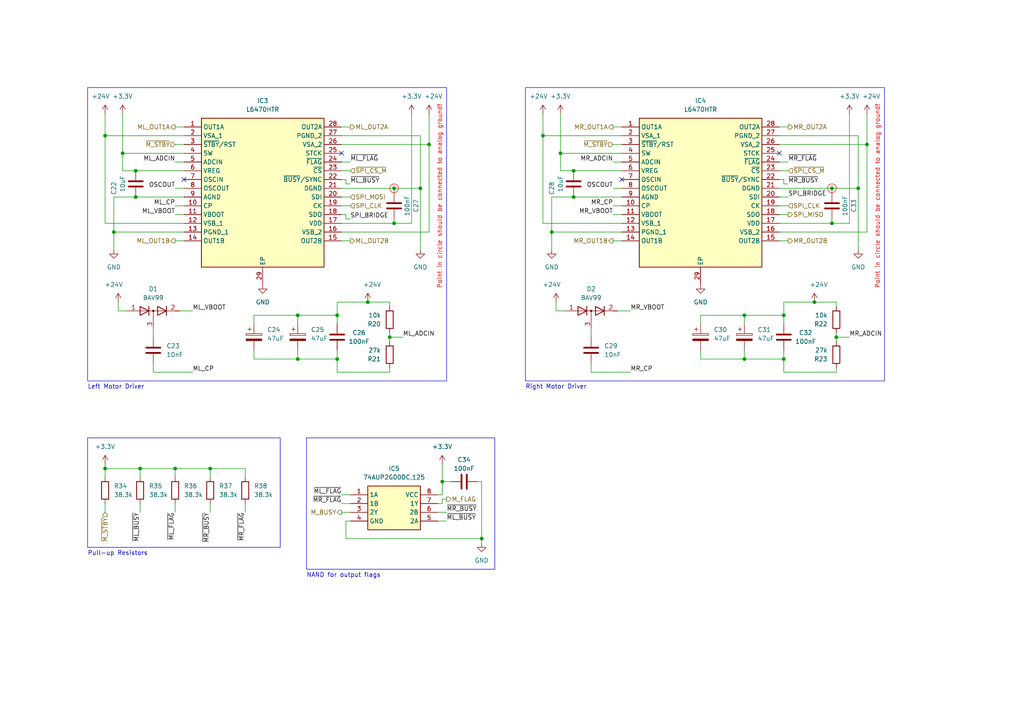
<source format=kicad_sch>
(kicad_sch (version 20230121) (generator eeschema)
  (paper "A4")
  (title_block (title "Stepper Motor Controllers") (date "2023-12-07") (rev "0.1"))
  (lib_symbols
    (symbol "Device:C" (pin_numbers hide) (pin_names (offset 0.254))
      (property "Reference" "C" (at 0.635 2.54 0))
      (property "Value" "C" (at 0.635 -2.54 0))
      (symbol "C_0_1"
        (polyline (pts (xy -2.032 -0.762) (xy 2.032 -0.762)) (stroke (width 0.508)))
        (polyline (pts (xy -2.032 0.762) (xy 2.032 0.762)) (stroke (width 0.508)))
      )
      (symbol "C_1_1"
        (pin passive line (at 0 3.81 270) (length 2.794) (name "~") (number "1"))
        (pin passive line (at 0 -3.81 90) (length 2.794) (name "~") (number "2"))
      )
    )
    (symbol "Device:C_Polarized" (pin_numbers hide) (pin_names (offset 0.254))
      (property "Reference" "C" (at 0.635 2.54 0))
      (property "Value" "C_Polarized" (at 0.635 -2.54 0))
      (symbol "C_Polarized_0_1"
        (rectangle (start -2.286 0.508) (end 2.286 1.016))
        (polyline (pts (xy -1.778 2.286) (xy -0.762 2.286)))
        (polyline (pts (xy -1.27 2.794) (xy -1.27 1.778)))
        (rectangle (start 2.286 -0.508) (end -2.286 -1.016) (fill (type outline)))
      )
      (symbol "C_Polarized_1_1"
        (pin passive line (at 0 3.81 270) (length 2.794) (name "~") (number "1"))
        (pin passive line (at 0 -3.81 90) (length 2.794) (name "~") (number "2"))
      )
    )
    (symbol "Device:D_Dual_Series_AKC" (pin_names (offset 0.762) hide)
      (property "Reference" "D" (at 1.27 -2.54 0))
      (property "Value" "D_Dual_Series_AKC" (at 0 2.54 0))
      (symbol "D_Dual_Series_AKC_0_1"
        (polyline (pts (xy -3.81 0) (xy 3.81 0)))
        (polyline (pts (xy 0 0) (xy 0 -2.54)))
        (polyline (pts (xy 6.35 0) (xy 7.62 0)))
        (polyline (pts (xy -1.27 -1.27) (xy -1.27 1.27) (xy -1.27 1.27)) (stroke (width 0.254)))
        (polyline (pts (xy 3.81 1.27) (xy 3.81 -1.27) (xy 3.81 -1.27)) (stroke (width 0.254)))
        (polyline (pts (xy -3.81 1.27) (xy -1.27 0) (xy -3.81 -1.27) (xy -3.81 1.27) (xy -3.81 1.27) (xy -3.81 1.27)) (stroke (width 0.254)))
        (polyline (pts (xy 1.27 1.27) (xy 3.81 0) (xy 1.27 -1.27) (xy 1.27 1.27) (xy 1.27 1.27) (xy 1.27 1.27)) (stroke (width 0.254)))
        (circle (center 0 0) (radius 0.254) (fill (type outline)))
        (pin passive line (at -7.62 0 0) (length 3.81) (name "A") (number "1"))
        (pin passive line (at 7.62 0 180) (length 3.81) (name "K") (number "2"))
        (pin passive line (at 0 -5.08 90) (length 2.54) (name "common") (number "3"))
      )
    )
    (symbol "Device:R" (pin_numbers hide) (pin_names (offset 0))
      (property "Reference" "R" (at 2.032 0 90))
      (property "Value" "R" (at 0 0 90))
      (symbol "R_0_1"
        (rectangle (start -1.016 -2.54) (end 1.016 2.54) (stroke (width 0.254)))
      )
      (symbol "R_1_1"
        (pin passive line (at 0 3.81 270) (length 1.27) (name "~") (number "1"))
        (pin passive line (at 0 -3.81 90) (length 1.27) (name "~") (number "2"))
      )
    )
    (symbol "parts:74AUP2G00DC,125"
      (property "Reference" "IC" (at 21.59 7.62 0))
      (property "Value" "74AUP2G00DC,125" (at 21.59 5.08 0))
      (symbol "74AUP2G00DC,125_1_1"
        (rectangle (start 5.08 2.54) (end 20.32 -10.16) (stroke (width 0.254)) (fill (type background)))
        (pin passive line (at 0 0 0) (length 5.08) (name "1A") (number "1"))
        (pin passive line (at 0 -2.54 0) (length 5.08) (name "1B") (number "2"))
        (pin passive line (at 0 -5.08 0) (length 5.08) (name "2Y") (number "3"))
        (pin passive line (at 0 -7.62 0) (length 5.08) (name "GND") (number "4"))
        (pin passive line (at 25.4 -7.62 180) (length 5.08) (name "2A") (number "5"))
        (pin passive line (at 25.4 -5.08 180) (length 5.08) (name "2B") (number "6"))
        (pin passive line (at 25.4 -2.54 180) (length 5.08) (name "1Y") (number "7"))
        (pin passive line (at 25.4 0 180) (length 5.08) (name "VCC") (number "8"))
      )
    )
    (symbol "parts:L6470HTR"
      (property "Reference" "IC" (at 41.91 7.62 0))
      (property "Value" "L6470HTR" (at 41.91 5.08 0))
      (symbol "L6470HTR_1_1"
        (rectangle (start 5.08 2.54) (end 40.64 -40.64) (stroke (width 0.254)) (fill (type background)))
        (pin passive line (at 0 0 0) (length 5.08) (name "OUT1A") (number "1"))
        (pin passive line (at 0 -22.86 0) (length 5.08) (name "CP") (number "10"))
        (pin passive line (at 0 -25.4 0) (length 5.08) (name "VBOOT") (number "11"))
        (pin passive line (at 0 -27.94 0) (length 5.08) (name "VSB_1") (number "12"))
        (pin passive line (at 0 -30.48 0) (length 5.08) (name "PGND_1") (number "13"))
        (pin passive line (at 0 -33.02 0) (length 5.08) (name "OUT1B") (number "14"))
        (pin passive line (at 45.72 -33.02 180) (length 5.08) (name "OUT2B") (number "15"))
        (pin passive line (at 45.72 -30.48 180) (length 5.08) (name "VSB_2") (number "16"))
        (pin passive line (at 45.72 -27.94 180) (length 5.08) (name "VDD") (number "17"))
        (pin passive line (at 45.72 -25.4 180) (length 5.08) (name "SDO") (number "18"))
        (pin passive line (at 45.72 -22.86 180) (length 5.08) (name "CK") (number "19"))
        (pin passive line (at 0 -2.54 0) (length 5.08) (name "VSA_1") (number "2"))
        (pin passive line (at 45.72 -20.32 180) (length 5.08) (name "SDI") (number "20"))
        (pin passive line (at 45.72 -17.78 180) (length 5.08) (name "DGND") (number "21"))
        (pin passive line (at 45.72 -15.24 180) (length 5.08) (name "~{BUSY}/SYNC") (number "22"))
        (pin passive line (at 45.72 -12.7 180) (length 5.08) (name "~{CS}") (number "23"))
        (pin passive line (at 45.72 -10.16 180) (length 5.08) (name "~{FLAG}") (number "24"))
        (pin passive line (at 45.72 -7.62 180) (length 5.08) (name "STCK") (number "25"))
        (pin passive line (at 45.72 -5.08 180) (length 5.08) (name "VSA_2") (number "26"))
        (pin passive line (at 45.72 -2.54 180) (length 5.08) (name "PGND_2") (number "27"))
        (pin passive line (at 45.72 0 180) (length 5.08) (name "OUT2A") (number "28"))
        (pin passive line (at 22.86 -45.72 90) (length 5.08) (name "EP") (number "29"))
        (pin passive line (at 0 -5.08 0) (length 5.08) (name "~{STBY}/RST") (number "3"))
        (pin passive line (at 0 -7.62 0) (length 5.08) (name "SW") (number "4"))
        (pin passive line (at 0 -10.16 0) (length 5.08) (name "ADCIN") (number "5"))
        (pin passive line (at 0 -12.7 0) (length 5.08) (name "VREG") (number "6"))
        (pin passive line (at 0 -15.24 0) (length 5.08) (name "OSCIN") (number "7"))
        (pin passive line (at 0 -17.78 0) (length 5.08) (name "OSCOUT") (number "8"))
        (pin passive line (at 0 -20.32 0) (length 5.08) (name "AGND") (number "9"))
      )
    )
    (symbol "power:+24V" (power) (pin_names (offset 0))
      (property "Value" "+24V" (at 0 3.556 0))
      (symbol "+24V_0_1"
        (polyline (pts (xy -0.762 1.27) (xy 0 2.54)))
        (polyline (pts (xy 0 0) (xy 0 2.54)))
        (polyline (pts (xy 0 2.54) (xy 0.762 1.27)))
      )
      (symbol "+24V_1_1"
        (pin power_in line (at 0 0 90) (length 0) hide (name "+24V") (number "1"))
      )
    )
    (symbol "power:+3.3V" (power) (pin_names (offset 0))
      (property "Value" "+3.3V" (at 0 3.556 0))
      (symbol "+3.3V_0_1"
        (polyline (pts (xy -0.762 1.27) (xy 0 2.54)))
        (polyline (pts (xy 0 0) (xy 0 2.54)))
        (polyline (pts (xy 0 2.54) (xy 0.762 1.27)))
      )
      (symbol "+3.3V_1_1"
        (pin power_in line (at 0 0 90) (length 0) hide (name "+3.3V") (number "1"))
      )
    )
    (symbol "power:GND" (power) (pin_names (offset 0))
      (property "Value" "GND" (at 0 -3.81 0))
      (symbol "GND_0_1"
        (polyline (pts (xy 0 0) (xy 0 -1.27) (xy 1.27 -1.27) (xy 0 -2.54) (xy -1.27 -1.27) (xy 0 -1.27)))
      )
      (symbol "GND_1_1"
        (pin power_in line (at 0 0 270) (length 0) hide (name "GND") (number "1"))
      )
    )
  )
  (junction (at 251.46 41.91))
  (junction (at 97.79 104.14))
  (junction (at 227.33 104.14))
  (junction (at 60.96 135.89))
  (junction (at 241.3 64.77))
  (junction (at 215.9 91.44))
  (junction (at 50.8 135.89))
  (junction (at 86.36 104.14))
  (junction (at 215.9 104.14))
  (junction (at 39.37 49.53))
  (junction (at 106.68 87.63))
  (junction (at 33.02 67.31))
  (junction (at 114.3 64.77))
  (junction (at 227.33 91.44))
  (junction (at 236.22 87.63))
  (junction (at 97.79 91.44))
  (junction (at 39.37 57.15))
  (junction (at 241.3 54.61))
  (junction (at 124.46 41.91))
  (junction (at 30.48 39.37))
  (junction (at 35.56 44.45))
  (junction (at 160.02 67.31))
  (junction (at 113.03 97.79))
  (junction (at 30.48 135.89))
  (junction (at 157.48 39.37))
  (junction (at 139.7 156.21))
  (junction (at 162.56 44.45))
  (junction (at 40.64 135.89))
  (junction (at 166.37 49.53))
  (junction (at 114.3 54.61))
  (junction (at 121.92 54.61))
  (junction (at 242.57 97.79))
  (junction (at 86.36 91.44))
  (junction (at 166.37 57.15))
  (junction (at 248.92 54.61))
  (junction (at 128.27 139.7))
  (no_connect (at 180.34 52.07))
  (no_connect (at 226.06 44.45))
  (no_connect (at 99.06 44.45))
  (no_connect (at 53.34 52.07))
  (wire (pts (xy 179.07 90.17) (xy 182.88 90.17)))
  (wire (pts (xy 226.06 67.31) (xy 251.46 67.31)))
  (wire (pts (xy 97.79 107.95) (xy 113.03 107.95)))
  (wire (pts (xy 100.33 63.5) (xy 101.6 63.5)))
  (wire (pts (xy 50.8 138.43) (xy 50.8 135.89)))
  (wire (pts (xy 160.02 57.15) (xy 166.37 57.15)))
  (wire (pts (xy 180.34 49.53) (xy 166.37 49.53)))
  (wire (pts (xy 127 151.13) (xy 129.54 151.13)))
  (wire (pts (xy 86.36 101.6) (xy 86.36 104.14)))
  (wire (pts (xy 50.8 36.83) (xy 53.34 36.83)))
  (wire (pts (xy 248.92 39.37) (xy 248.92 54.61)))
  (wire (pts (xy 100.33 62.23) (xy 100.33 63.5)))
  (wire (pts (xy 97.79 104.14) (xy 86.36 104.14)))
  (wire (pts (xy 34.29 90.17) (xy 34.29 87.63)))
  (wire (pts (xy 139.7 139.7) (xy 139.7 156.21)))
  (wire (pts (xy 215.9 104.14) (xy 203.2 104.14)))
  (wire (pts (xy 44.45 95.25) (xy 44.45 97.79)))
  (wire (pts (xy 99.06 41.91) (xy 124.46 41.91)))
  (wire (pts (xy 124.46 41.91) (xy 124.46 33.02)))
  (wire (pts (xy 226.06 49.53) (xy 228.6 49.53)))
  (wire (pts (xy 53.34 57.15) (xy 39.37 57.15)))
  (wire (pts (xy 100.33 156.21) (xy 139.7 156.21)))
  (wire (pts (xy 226.06 57.15) (xy 228.6 57.15)))
  (wire (pts (xy 33.02 67.31) (xy 33.02 72.39)))
  (wire (pts (xy 99.06 52.07) (xy 100.33 52.07)))
  (wire (pts (xy 177.8 54.61) (xy 180.34 54.61)))
  (wire (pts (xy 30.48 39.37) (xy 30.48 33.02)))
  (wire (pts (xy 50.8 135.89) (xy 40.64 135.89)))
  (wire (pts (xy 227.33 104.14) (xy 215.9 104.14)))
  (wire (pts (xy 101.6 151.13) (xy 100.33 151.13)))
  (wire (pts (xy 99.06 146.05) (xy 101.6 146.05)))
  (wire (pts (xy 162.56 33.02) (xy 162.56 44.45)))
  (wire (pts (xy 226.06 54.61) (xy 241.3 54.61)))
  (wire (pts (xy 99.06 62.23) (xy 100.33 62.23)))
  (wire (pts (xy 97.79 91.44) (xy 86.36 91.44)))
  (wire (pts (xy 113.03 99.06) (xy 113.03 97.79)))
  (wire (pts (xy 177.8 46.99) (xy 180.34 46.99)))
  (wire (pts (xy 246.38 97.79) (xy 242.57 97.79)))
  (wire (pts (xy 100.33 151.13) (xy 100.33 156.21)))
  (wire (pts (xy 157.48 39.37) (xy 157.48 64.77)))
  (wire (pts (xy 99.06 64.77) (xy 114.3 64.77)))
  (wire (pts (xy 242.57 87.63) (xy 242.57 88.9)))
  (wire (pts (xy 121.92 39.37) (xy 121.92 54.61)))
  (wire (pts (xy 215.9 91.44) (xy 215.9 93.98)))
  (wire (pts (xy 50.8 146.05) (xy 50.8 148.59)))
  (wire (pts (xy 35.56 44.45) (xy 53.34 44.45)))
  (wire (pts (xy 60.96 146.05) (xy 60.96 148.59)))
  (wire (pts (xy 99.06 67.31) (xy 124.46 67.31)))
  (wire (pts (xy 35.56 49.53) (xy 39.37 49.53)))
  (wire (pts (xy 114.3 54.61) (xy 114.3 55.88)))
  (wire (pts (xy 127 146.05) (xy 128.27 146.05)))
  (wire (pts (xy 99.06 39.37) (xy 121.92 39.37)))
  (wire (pts (xy 162.56 49.53) (xy 162.56 44.45)))
  (wire (pts (xy 60.96 135.89) (xy 50.8 135.89)))
  (wire (pts (xy 113.03 87.63) (xy 113.03 88.9)))
  (wire (pts (xy 53.34 49.53) (xy 39.37 49.53)))
  (wire (pts (xy 130.81 139.7) (xy 128.27 139.7)))
  (wire (pts (xy 30.48 135.89) (xy 30.48 138.43)))
  (wire (pts (xy 114.3 54.61) (xy 121.92 54.61)))
  (wire (pts (xy 251.46 67.31) (xy 251.46 41.91)))
  (wire (pts (xy 227.33 91.44) (xy 227.33 87.63)))
  (wire (pts (xy 99.06 143.51) (xy 101.6 143.51)))
  (wire (pts (xy 242.57 107.95) (xy 242.57 106.68)))
  (wire (pts (xy 71.12 135.89) (xy 60.96 135.89)))
  (wire (pts (xy 50.8 41.91) (xy 53.34 41.91)))
  (wire (pts (xy 128.27 146.05) (xy 128.27 144.78)))
  (wire (pts (xy 53.34 67.31) (xy 33.02 67.31)))
  (wire (pts (xy 226.06 41.91) (xy 251.46 41.91)))
  (wire (pts (xy 177.8 59.69) (xy 180.34 59.69)))
  (wire (pts (xy 180.34 57.15) (xy 166.37 57.15)))
  (wire (pts (xy 50.8 54.61) (xy 53.34 54.61)))
  (wire (pts (xy 241.3 54.61) (xy 248.92 54.61)))
  (wire (pts (xy 113.03 97.79) (xy 113.03 96.52)))
  (wire (pts (xy 128.27 139.7) (xy 128.27 143.51)))
  (wire (pts (xy 177.8 36.83) (xy 180.34 36.83)))
  (wire (pts (xy 227.33 104.14) (xy 227.33 107.95)))
  (wire (pts (xy 226.06 64.77) (xy 241.3 64.77)))
  (wire (pts (xy 86.36 91.44) (xy 86.36 93.98)))
  (wire (pts (xy 180.34 39.37) (xy 157.48 39.37)))
  (wire (pts (xy 160.02 67.31) (xy 160.02 72.39)))
  (wire (pts (xy 180.34 67.31) (xy 160.02 67.31)))
  (wire (pts (xy 73.66 91.44) (xy 73.66 93.98)))
  (wire (pts (xy 73.66 104.14) (xy 73.66 101.6)))
  (wire (pts (xy 40.64 138.43) (xy 40.64 135.89)))
  (wire (pts (xy 99.06 49.53) (xy 101.6 49.53)))
  (wire (pts (xy 241.3 54.61) (xy 241.3 55.88)))
  (wire (pts (xy 241.3 64.77) (xy 246.38 64.77)))
  (wire (pts (xy 227.33 107.95) (xy 242.57 107.95)))
  (wire (pts (xy 127 148.59) (xy 129.54 148.59)))
  (wire (pts (xy 226.06 69.85) (xy 228.6 69.85)))
  (wire (pts (xy 180.34 64.77) (xy 157.48 64.77)))
  (wire (pts (xy 236.22 87.63) (xy 227.33 87.63)))
  (wire (pts (xy 53.34 39.37) (xy 30.48 39.37)))
  (wire (pts (xy 113.03 107.95) (xy 113.03 106.68)))
  (wire (pts (xy 241.3 63.5) (xy 241.3 64.77)))
  (wire (pts (xy 251.46 41.91) (xy 251.46 33.02)))
  (wire (pts (xy 36.83 90.17) (xy 34.29 90.17)))
  (wire (pts (xy 139.7 139.7) (xy 138.43 139.7)))
  (wire (pts (xy 35.56 49.53) (xy 35.56 44.45)))
  (wire (pts (xy 177.8 41.91) (xy 180.34 41.91)))
  (wire (pts (xy 33.02 57.15) (xy 33.02 67.31)))
  (wire (pts (xy 86.36 91.44) (xy 73.66 91.44)))
  (wire (pts (xy 44.45 107.95) (xy 44.45 105.41)))
  (wire (pts (xy 86.36 104.14) (xy 73.66 104.14)))
  (wire (pts (xy 226.06 39.37) (xy 248.92 39.37)))
  (wire (pts (xy 248.92 54.61) (xy 248.92 72.39)))
  (wire (pts (xy 157.48 39.37) (xy 157.48 33.02)))
  (wire (pts (xy 227.33 53.34) (xy 228.6 53.34)))
  (wire (pts (xy 52.07 90.17) (xy 55.88 90.17)))
  (wire (pts (xy 99.06 57.15) (xy 101.6 57.15)))
  (wire (pts (xy 160.02 57.15) (xy 160.02 67.31)))
  (wire (pts (xy 30.48 39.37) (xy 30.48 64.77)))
  (wire (pts (xy 215.9 101.6) (xy 215.9 104.14)))
  (wire (pts (xy 97.79 93.98) (xy 97.79 91.44)))
  (wire (pts (xy 163.83 90.17) (xy 161.29 90.17)))
  (wire (pts (xy 99.06 36.83) (xy 101.6 36.83)))
  (wire (pts (xy 53.34 64.77) (xy 30.48 64.77)))
  (wire (pts (xy 50.8 46.99) (xy 53.34 46.99)))
  (wire (pts (xy 106.68 87.63) (xy 97.79 87.63)))
  (wire (pts (xy 30.48 146.05) (xy 30.48 148.59)))
  (wire (pts (xy 114.3 64.77) (xy 119.38 64.77)))
  (wire (pts (xy 30.48 134.62) (xy 30.48 135.89)))
  (wire (pts (xy 226.06 59.69) (xy 228.6 59.69)))
  (wire (pts (xy 226.06 52.07) (xy 227.33 52.07)))
  (wire (pts (xy 236.22 87.63) (xy 242.57 87.63)))
  (wire (pts (xy 227.33 101.6) (xy 227.33 104.14)))
  (wire (pts (xy 161.29 90.17) (xy 161.29 87.63)))
  (wire (pts (xy 97.79 104.14) (xy 97.79 107.95)))
  (wire (pts (xy 227.33 93.98) (xy 227.33 91.44)))
  (wire (pts (xy 106.68 87.63) (xy 113.03 87.63)))
  (wire (pts (xy 114.3 63.5) (xy 114.3 64.77)))
  (wire (pts (xy 40.64 135.89) (xy 30.48 135.89)))
  (wire (pts (xy 116.84 97.79) (xy 113.03 97.79)))
  (wire (pts (xy 40.64 146.05) (xy 40.64 148.59)))
  (wire (pts (xy 182.88 107.95) (xy 171.45 107.95)))
  (wire (pts (xy 246.38 33.02) (xy 246.38 64.77)))
  (wire (pts (xy 99.06 59.69) (xy 101.6 59.69)))
  (wire (pts (xy 227.33 52.07) (xy 227.33 53.34)))
  (wire (pts (xy 99.06 148.59) (xy 101.6 148.59)))
  (wire (pts (xy 242.57 99.06) (xy 242.57 97.79)))
  (wire (pts (xy 128.27 144.78) (xy 129.54 144.78)))
  (wire (pts (xy 55.88 107.95) (xy 44.45 107.95)))
  (wire (pts (xy 128.27 134.62) (xy 128.27 139.7)))
  (wire (pts (xy 242.57 97.79) (xy 242.57 96.52)))
  (wire (pts (xy 226.06 36.83) (xy 228.6 36.83)))
  (wire (pts (xy 121.92 54.61) (xy 121.92 72.39)))
  (wire (pts (xy 99.06 54.61) (xy 114.3 54.61)))
  (wire (pts (xy 97.79 101.6) (xy 97.79 104.14)))
  (wire (pts (xy 100.33 52.07) (xy 100.33 53.34)))
  (wire (pts (xy 171.45 95.25) (xy 171.45 97.79)))
  (wire (pts (xy 50.8 69.85) (xy 53.34 69.85)))
  (wire (pts (xy 119.38 33.02) (xy 119.38 64.77)))
  (wire (pts (xy 203.2 91.44) (xy 203.2 93.98)))
  (wire (pts (xy 226.06 46.99) (xy 228.6 46.99)))
  (wire (pts (xy 99.06 46.99) (xy 101.6 46.99)))
  (wire (pts (xy 177.8 69.85) (xy 180.34 69.85)))
  (wire (pts (xy 71.12 138.43) (xy 71.12 135.89)))
  (wire (pts (xy 127 143.51) (xy 128.27 143.51)))
  (wire (pts (xy 139.7 157.48) (xy 139.7 156.21)))
  (wire (pts (xy 60.96 138.43) (xy 60.96 135.89)))
  (wire (pts (xy 162.56 44.45) (xy 180.34 44.45)))
  (wire (pts (xy 50.8 62.23) (xy 53.34 62.23)))
  (wire (pts (xy 97.79 91.44) (xy 97.79 87.63)))
  (wire (pts (xy 35.56 33.02) (xy 35.56 44.45)))
  (wire (pts (xy 71.12 146.05) (xy 71.12 148.59)))
  (wire (pts (xy 100.33 53.34) (xy 101.6 53.34)))
  (wire (pts (xy 162.56 49.53) (xy 166.37 49.53)))
  (wire (pts (xy 33.02 57.15) (xy 39.37 57.15)))
  (wire (pts (xy 215.9 91.44) (xy 203.2 91.44)))
  (wire (pts (xy 226.06 62.23) (xy 228.6 62.23)))
  (wire (pts (xy 50.8 59.69) (xy 53.34 59.69)))
  (wire (pts (xy 99.06 69.85) (xy 101.6 69.85)))
  (wire (pts (xy 203.2 104.14) (xy 203.2 101.6)))
  (wire (pts (xy 124.46 67.31) (xy 124.46 41.91)))
  (wire (pts (xy 171.45 107.95) (xy 171.45 105.41)))
  (wire (pts (xy 177.8 62.23) (xy 180.34 62.23)))
  (wire (pts (xy 227.33 91.44) (xy 215.9 91.44)))
  (rectangle (start 152.4 25.4) (end 256.54 110.49))
  (rectangle (start 88.9 127) (end 143.51 165.1))
  (circle (center 114.3 54.61) (radius 1.27) (stroke (width 0) (color 255 0 0 1)))
  (rectangle (start 25.4 127) (end 81.28 158.75))
  (rectangle (start 25.4 25.4) (end 129.54 110.49))
  (circle (center 241.3 54.61) (radius 1.27) (stroke (width 0) (color 255 0 0 1)))
  (text "Point in circle should be connected to analog ground!" (at 255.27 83.82 90) (effects (font (size 1.27 1.27)) (justify left bottom)))
  (text "NAND for output flags" (at 88.9 167.64 0) (effects (font (size 1.27 1.27)) (justify left bottom)))
  (text "Right Motor Driver" (at 152.4 113.03 0) (effects (font (size 1.27 1.27)) (justify left bottom)))
  (text "Left Motor Driver" (at 25.4 113.03 0) (effects (font (size 1.27 1.27)) (justify left bottom)))
  (text "Pull-up Resistors" (at 25.4 161.29 0) (effects (font (size 1.27 1.27)) (justify left bottom)))
  (text "Point in circle should be connected to analog ground!" (at 128.27 83.82 90) (effects (font (size 1.27 1.27)) (justify left bottom)))
  (label "~{ML_FLAG}" (at 101.6 46.99 0))
  (label "MR_ADCIN" (at 177.8 46.99 180))
  (label "ML_CP" (at 55.88 107.95 0))
  (label "ML_ADCIN" (at 50.8 46.99 180))
  (label "~{MR_BUSY}" (at 228.6 53.34 0))
  (label "MR_CP" (at 177.8 59.69 180))
  (label "~{MR_FLAG}" (at 228.6 46.99 0))
  (label "SPI_BRIDGE" (at 101.6 63.5 0))
  (label "~{MR_BUSY}" (at 129.54 148.59 0))
  (label "~{ML_FLAG}" (at 99.06 143.51 180))
  (label "SPI_BRIDGE" (at 228.6 57.15 0))
  (label "OSCOUT" (at 177.8 54.61 180))
  (label "MR_ADCIN" (at 246.38 97.79 0))
  (label "ML_ADCIN" (at 116.84 97.79 0))
  (label "~{ML_BUSY}" (at 40.64 148.59 270))
  (label "OSCOUT" (at 50.8 54.61 180))
  (label "~{MR_FLAG}" (at 71.12 148.59 270))
  (label "~{MR_BUSY}" (at 60.96 148.59 270))
  (label "MR_VBOOT" (at 182.88 90.17 0))
  (label "ML_CP" (at 50.8 59.69 180))
  (label "MR_VBOOT" (at 177.8 62.23 180))
  (label "~{ML_FLAG}" (at 50.8 148.59 270))
  (label "ML_VBOOT" (at 55.88 90.17 0))
  (label "MR_CP" (at 182.88 107.95 0))
  (label "~{ML_BUSY}" (at 129.54 151.13 0))
  (label "~{ML_BUSY}" (at 101.6 53.34 0))
  (label "ML_VBOOT" (at 50.8 62.23 180))
  (label "~{MR_FLAG}" (at 99.06 146.05 180))
  (hierarchical_label "~{SPI_CS_M}" (shape input) (at 228.6 49.53 0))
  (hierarchical_label "ML_OUT2B" (shape output) (at 101.6 69.85 0))
  (hierarchical_label "ML_OUT2A" (shape output) (at 101.6 36.83 0))
  (hierarchical_label "~{SPI_CS_M}" (shape input) (at 101.6 49.53 0))
  (hierarchical_label "ML_OUT1B" (shape output) (at 50.8 69.85 180))
  (hierarchical_label "~{M_STBY}" (shape input) (at 30.48 148.59 270))
  (hierarchical_label "M_BUSY" (shape output) (at 99.06 148.59 180))
  (hierarchical_label "~{M_STBY}" (shape input) (at 177.8 41.91 180))
  (hierarchical_label "SPI_CLK" (shape input) (at 228.6 59.69 0))
  (hierarchical_label "SPI_MISO" (shape output) (at 228.6 62.23 0))
  (hierarchical_label "MR_OUT1A" (shape output) (at 177.8 36.83 180))
  (hierarchical_label "ML_OUT1A" (shape output) (at 50.8 36.83 180))
  (hierarchical_label "SPI_MOSI" (shape input) (at 101.6 57.15 0))
  (hierarchical_label "M_FLAG" (shape output) (at 129.54 144.78 0))
  (hierarchical_label "SPI_CLK" (shape input) (at 101.6 59.69 0))
  (hierarchical_label "MR_OUT2A" (shape output) (at 228.6 36.83 0))
  (hierarchical_label "MR_OUT2B" (shape output) (at 228.6 69.85 0))
  (hierarchical_label "MR_OUT1B" (shape output) (at 177.8 69.85 180))
  (hierarchical_label "~{M_STBY}" (shape input) (at 50.8 41.91 180))
  (symbol (lib_id "power:+24V") (at 157.48 33.02 0) (unit 1)
    (property "Reference" "#PWR0145" (effects hide))
    (property "Value" "+24V" (at 156.21 27.94 0))
  )
  (symbol (lib_id "power:GND") (at 203.2 82.55 0) (unit 1)
    (property "Reference" "#PWR0147" (effects hide))
    (property "Value" "GND" (at 203.2 87.63 0))
  )
  (symbol (lib_id "power:+24V") (at 30.48 33.02 0) (unit 1)
    (property "Reference" "#PWR0138" (effects hide))
    (property "Value" "+24V" (at 29.21 27.94 0))
  )
  (symbol (lib_id "power:+3.3V") (at 162.56 33.02 0) (unit 1)
    (property "Reference" "#PWR0144" (effects hide))
    (property "Value" "+3.3V" (at 162.56 27.94 0))
  )
  (symbol (lib_id "Device:C_Polarized") (at 215.9 97.79 0) (unit 1)
    (property "Reference" "C31" (at 219.71 95.631 0) (effects (justify left)))
    (property "Value" "47uF" (at 219.71 98.171 0) (effects (justify left)))
    (property "Footprint" "parts:CAPAE660X850N" (effects hide))
  )
  (symbol (lib_id "power:+3.3V") (at 119.38 33.02 0) (unit 1)
    (property "Reference" "#PWR0136" (effects hide))
    (property "Value" "+3.3V" (at 119.38 27.94 0))
  )
  (symbol (lib_id "Device:R") (at 71.12 142.24 0) (unit 1)
    (property "Reference" "R38" (at 73.66 140.97 0) (effects (justify left)))
    (property "Value" "38.3k" (at 73.66 143.51 0) (effects (justify left)))
    (property "Footprint" "Resistor_SMD:R_0603_1608Metric" (effects hide))
    (instances (project "rpiboard_minirys" (path "" (reference "R38") (unit 1)) (path "" (reference "R28") (unit 1))))
  )
  (symbol (lib_id "power:+24V") (at 251.46 33.02 0) (unit 1)
    (property "Reference" "#PWR0149" (effects hide))
    (property "Value" "+24V" (at 252.73 27.94 0))
  )
  (symbol (lib_id "Device:R") (at 30.48 142.24 0) (unit 1)
    (property "Reference" "R34" (at 33.02 140.97 0) (effects (justify left)))
    (property "Value" "38.3k" (at 33.02 143.51 0) (effects (justify left)))
    (property "Footprint" "Resistor_SMD:R_0603_1608Metric" (effects hide))
    (instances (project "rpiboard_minirys" (path "" (reference "R34") (unit 1)) (path "" (reference "R24") (unit 1))))
  )
  (symbol (lib_id "power:+3.3V") (at 246.38 33.02 0) (unit 1)
    (property "Reference" "#PWR0148" (effects hide))
    (property "Value" "+3.3V" (at 246.38 27.94 0))
  )
  (symbol (lib_id "parts:L6470HTR") (at 180.34 36.83 0) (unit 1)
    (property "Reference" "IC4" (at 203.2 29.21 0))
    (property "Value" "L6470HTR" (at 203.2 31.75 0))
    (property "Footprint" "parts:SOP65P640X120-29N" (effects hide))
    (property "Datasheet" "http://www.st.com/content/ccc/resource/technical/document/datasheet/a5/86/06/1c/fa/b2/43/db/CD00255075.pdf/files/CD00255075.pdf/_jcr_content/translations/en.CD00255075.pdf" (effects hide))
    (property "Height" "1.2" (effects hide))
    (property "Mouser Part Number" "511-L6470HTR" (effects hide))
    (property "Mouser Price/Stock" "https://www.mouser.co.uk/ProductDetail/STMicroelectronics/L6470HTR?qs=G5few1MRhWoKonY9zV7vsA%3D%3D" (effects hide))
    (property "Manufacturer_Name" "STMicroelectronics" (effects hide))
    (property "Manufacturer_Part_Number" "L6470HTR" (effects hide))
  )
  (symbol (lib_id "Device:C") (at 171.45 101.6 0) (unit 1)
    (property "Reference" "C29" (at 175.26 100.33 0) (effects (justify left)))
    (property "Value" "10nF" (at 175.26 102.87 0) (effects (justify left)))
    (property "Footprint" "Capacitor_SMD:C_0603_1608Metric" (effects hide))
  )
  (symbol (lib_id "power:GND") (at 76.2 82.55 0) (unit 1)
    (property "Reference" "#PWR0133" (effects hide))
    (property "Value" "GND" (at 76.2 87.63 0))
  )
  (symbol (lib_id "parts:L6470HTR") (at 53.34 36.83 0) (unit 1)
    (property "Reference" "IC3" (at 76.2 29.21 0))
    (property "Value" "L6470HTR" (at 76.2 31.75 0))
    (property "Footprint" "parts:SOP65P640X120-29N" (effects hide))
    (property "Datasheet" "http://www.st.com/content/ccc/resource/technical/document/datasheet/a5/86/06/1c/fa/b2/43/db/CD00255075.pdf/files/CD00255075.pdf/_jcr_content/translations/en.CD00255075.pdf" (effects hide))
    (property "Height" "1.2" (effects hide))
    (property "Mouser Part Number" "511-L6470HTR" (effects hide))
    (property "Mouser Price/Stock" "https://www.mouser.co.uk/ProductDetail/STMicroelectronics/L6470HTR?qs=G5few1MRhWoKonY9zV7vsA%3D%3D" (effects hide))
    (property "Manufacturer_Name" "STMicroelectronics" (effects hide))
    (property "Manufacturer_Part_Number" "L6470HTR" (effects hide))
  )
  (symbol (lib_id "power:+24V") (at 106.68 87.63 0) (unit 1)
    (property "Reference" "#PWR0134" (effects hide))
    (property "Value" "+24V" (at 107.95 82.55 0))
  )
  (symbol (lib_id "power:+3.3V") (at 35.56 33.02 0) (unit 1)
    (property "Reference" "#PWR0140" (effects hide))
    (property "Value" "+3.3V" (at 35.56 27.94 0))
  )
  (symbol (lib_id "Device:C_Polarized") (at 73.66 97.79 0) (unit 1)
    (property "Reference" "C24" (at 77.47 95.631 0) (effects (justify left)))
    (property "Value" "47uF" (at 77.47 98.171 0) (effects (justify left)))
    (property "Footprint" "parts:CAPAE660X850N" (effects hide))
  )
  (symbol (lib_id "parts:74AUP2G00DC,125") (at 101.6 143.51 0) (unit 1)
    (property "Reference" "IC5" (at 114.3 135.89 0))
    (property "Value" "74AUP2G00DC,125" (at 114.3 138.43 0))
    (property "Footprint" "parts:SOP50P310X100-8N" (effects hide))
    (property "Datasheet" "https://assets.nexperia.com/documents/data-sheet/74AUP2G00.pdf" (effects hide))
    (property "Height" "1" (effects hide))
    (property "Mouser Part Number" "771-AUP2G00DC125" (effects hide))
    (property "Mouser Price/Stock" "https://www.mouser.co.uk/ProductDetail/Nexperia/74AUP2G00DC125?qs=P62ublwmbi%252BgoPmo8DrXMg%3D%3D" (effects hide))
    (property "Manufacturer_Name" "Nexperia" (effects hide))
    (property "Manufacturer_Part_Number" "74AUP2G00DC,125" (effects hide))
  )
  (symbol (lib_id "Device:C") (at 97.79 97.79 180) (unit 1)
    (property "Reference" "C26" (at 104.14 96.52 0))
    (property "Value" "100nF" (at 104.14 99.06 0))
    (property "Footprint" "Capacitor_SMD:C_0603_1608Metric" (effects hide))
  )
  (symbol (lib_id "power:+24V") (at 34.29 87.63 0) (unit 1)
    (property "Reference" "#PWR0141" (effects hide))
    (property "Value" "+24V" (at 33.02 82.55 0))
  )
  (symbol (lib_id "Device:R") (at 242.57 102.87 180) (unit 1)
    (property "Reference" "R23" (at 240.03 104.14 0) (effects (justify left)))
    (property "Value" "27k" (at 240.03 101.6 0) (effects (justify left)))
    (property "Footprint" "Resistor_SMD:R_0603_1608Metric" (effects hide))
  )
  (symbol (lib_id "power:GND") (at 33.02 72.39 0) (unit 1)
    (property "Reference" "#PWR0139" (effects hide))
    (property "Value" "GND" (at 33.02 77.47 0))
  )
  (symbol (lib_id "Device:R") (at 40.64 142.24 0) (unit 1)
    (property "Reference" "R35" (at 43.18 140.97 0) (effects (justify left)))
    (property "Value" "38.3k" (at 43.18 143.51 0) (effects (justify left)))
    (property "Footprint" "Resistor_SMD:R_0603_1608Metric" (effects hide))
    (instances (project "rpiboard_minirys" (path "" (reference "R35") (unit 1)) (path "" (reference "R25") (unit 1))))
  )
  (symbol (lib_id "Device:C") (at 114.3 59.69 0) (unit 1)
    (property "Reference" "C27" (at 120.65 59.69 90))
    (property "Value" "100nF" (at 118.11 59.69 90))
    (property "Footprint" "Capacitor_SMD:C_0603_1608Metric" (effects hide))
  )
  (symbol (lib_id "Device:C") (at 241.3 59.69 0) (unit 1)
    (property "Reference" "C33" (at 247.65 59.69 90))
    (property "Value" "100nF" (at 245.11 59.69 90))
    (property "Footprint" "Capacitor_SMD:C_0603_1608Metric" (effects hide))
  )
  (symbol (lib_id "power:+24V") (at 236.22 87.63 0) (unit 1)
    (property "Reference" "#PWR0142" (effects hide))
    (property "Value" "+24V" (at 237.49 82.55 0))
  )
  (symbol (lib_id "power:+3.3V") (at 128.27 134.62 0) (unit 1)
    (property "Reference" "#PWR0131" (effects hide))
    (property "Value" "+3.3V" (at 128.27 129.54 0))
  )
  (symbol (lib_id "Device:R") (at 242.57 92.71 180) (unit 1)
    (property "Reference" "R22" (at 240.03 93.98 0) (effects (justify left)))
    (property "Value" "10k" (at 240.03 91.44 0) (effects (justify left)))
    (property "Footprint" "Resistor_SMD:R_0603_1608Metric" (effects hide))
  )
  (symbol (lib_id "power:GND") (at 121.92 72.39 0) (unit 1)
    (property "Reference" "#PWR0137" (effects hide))
    (property "Value" "GND" (at 121.92 77.47 0))
  )
  (symbol (lib_id "power:+3.3V") (at 30.48 134.62 0) (unit 1)
    (property "Reference" "#PWR0132" (effects hide))
    (property "Value" "+3.3V" (at 30.48 129.54 0))
  )
  (symbol (lib_id "Device:D_Dual_Series_AKC") (at 171.45 90.17 0) (unit 1)
    (property "Reference" "D2" (at 171.45 83.82 0))
    (property "Value" "BAV99" (at 171.45 86.36 0))
    (property "Footprint" "parts:ZXMP6A13FTA" (effects hide))
    (property "Datasheet" "https://www.mouser.pl/datasheet/2/115/DIOD_S_A0004887674_1-2542564.pdf" (effects hide))
  )
  (symbol (lib_id "Device:C_Polarized") (at 203.2 97.79 0) (unit 1)
    (property "Reference" "C30" (at 207.01 95.631 0) (effects (justify left)))
    (property "Value" "47uF" (at 207.01 98.171 0) (effects (justify left)))
    (property "Footprint" "parts:CAPAE660X850N" (effects hide))
  )
  (symbol (lib_id "Device:C") (at 227.33 97.79 180) (unit 1)
    (property "Reference" "C32" (at 233.68 96.52 0))
    (property "Value" "100nF" (at 233.68 99.06 0))
    (property "Footprint" "Capacitor_SMD:C_0603_1608Metric" (effects hide))
  )
  (symbol (lib_id "Device:C") (at 44.45 101.6 0) (unit 1)
    (property "Reference" "C23" (at 48.26 100.33 0) (effects (justify left)))
    (property "Value" "10nF" (at 48.26 102.87 0) (effects (justify left)))
    (property "Footprint" "Capacitor_SMD:C_0603_1608Metric" (effects hide))
  )
  (symbol (lib_id "power:GND") (at 160.02 72.39 0) (unit 1)
    (property "Reference" "#PWR0146" (effects hide))
    (property "Value" "GND" (at 160.02 77.47 0))
  )
  (symbol (lib_id "Device:D_Dual_Series_AKC") (at 44.45 90.17 0) (unit 1)
    (property "Reference" "D1" (at 44.45 83.82 0))
    (property "Value" "BAV99" (at 44.45 86.36 0))
    (property "Footprint" "parts:ZXMP6A13FTA" (effects hide))
    (property "Datasheet" "https://www.mouser.pl/datasheet/2/115/DIOD_S_A0004887674_1-2542564.pdf" (effects hide))
  )
  (symbol (lib_id "Device:C") (at 39.37 53.34 0) (unit 1)
    (property "Reference" "C22" (at 33.02 54.61 90))
    (property "Value" "10uF" (at 35.56 53.34 90))
    (property "Footprint" "Capacitor_SMD:C_0805_2012Metric" (effects hide))
  )
  (symbol (lib_id "Device:R") (at 50.8 142.24 0) (unit 1)
    (property "Reference" "R36" (at 53.34 140.97 0) (effects (justify left)))
    (property "Value" "38.3k" (at 53.34 143.51 0) (effects (justify left)))
    (property "Footprint" "Resistor_SMD:R_0603_1608Metric" (effects hide))
    (instances (project "rpiboard_minirys" (path "" (reference "R36") (unit 1)) (path "" (reference "R26") (unit 1))))
  )
  (symbol (lib_id "Device:C") (at 166.37 53.34 0) (unit 1)
    (property "Reference" "C28" (at 160.02 54.61 90))
    (property "Value" "10uF" (at 162.56 53.34 90))
    (property "Footprint" "Capacitor_SMD:C_0805_2012Metric" (effects hide))
  )
  (symbol (lib_id "Device:C_Polarized") (at 86.36 97.79 0) (unit 1)
    (property "Reference" "C25" (at 90.17 95.631 0) (effects (justify left)))
    (property "Value" "47uF" (at 90.17 98.171 0) (effects (justify left)))
    (property "Footprint" "parts:CAPAE660X850N" (effects hide))
  )
  (symbol (lib_id "power:GND") (at 139.7 157.48 0) (unit 1)
    (property "Reference" "#PWR0130" (effects hide))
    (property "Value" "GND" (at 139.7 162.56 0))
  )
  (symbol (lib_id "Device:R") (at 113.03 102.87 180) (unit 1)
    (property "Reference" "R21" (at 110.49 104.14 0) (effects (justify left)))
    (property "Value" "27k" (at 110.49 101.6 0) (effects (justify left)))
    (property "Footprint" "Resistor_SMD:R_0603_1608Metric" (effects hide))
  )
  (symbol (lib_id "power:+24V") (at 124.46 33.02 0) (unit 1)
    (property "Reference" "#PWR0135" (effects hide))
    (property "Value" "+24V" (at 125.73 27.94 0))
  )
  (symbol (lib_id "power:+24V") (at 161.29 87.63 0) (unit 1)
    (property "Reference" "#PWR0143" (effects hide))
    (property "Value" "+24V" (at 160.02 82.55 0))
  )
  (symbol (lib_id "Device:R") (at 113.03 92.71 180) (unit 1)
    (property "Reference" "R20" (at 110.49 93.98 0) (effects (justify left)))
    (property "Value" "10k" (at 110.49 91.44 0) (effects (justify left)))
    (property "Footprint" "Resistor_SMD:R_0603_1608Metric" (effects hide))
  )
  (symbol (lib_id "Device:R") (at 60.96 142.24 0) (unit 1)
    (property "Reference" "R37" (at 63.5 140.97 0) (effects (justify left)))
    (property "Value" "38.3k" (at 63.5 143.51 0) (effects (justify left)))
    (property "Footprint" "Resistor_SMD:R_0603_1608Metric" (effects hide))
    (instances (project "rpiboard_minirys" (path "" (reference "R37") (unit 1)) (path "" (reference "R27") (unit 1))))
  )
  (symbol (lib_id "Device:C") (at 134.62 139.7 90) (unit 1)
    (property "Reference" "C34" (at 134.62 133.35 90))
    (property "Value" "100nF" (at 134.62 135.89 90))
    (property "Footprint" "Capacitor_SMD:C_0603_1608Metric" (effects hide))
  )
  (symbol (lib_id "power:GND") (at 248.92 72.39 0) (unit 1)
    (property "Reference" "#PWR0150" (effects hide))
    (property "Value" "GND" (at 248.92 77.47 0))
  )
)
</source>
